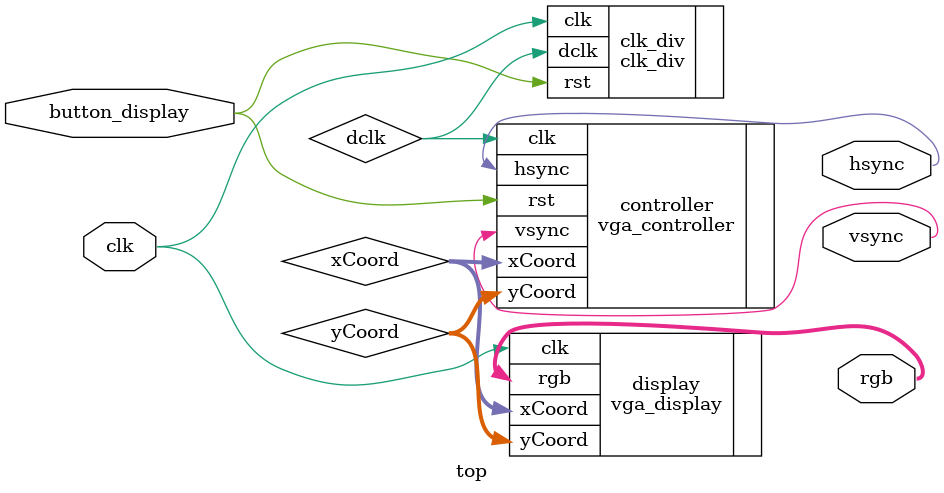
<source format=v>
module top(
    // Inputs
    input wire clk,
    // Buttons
    input wire button_display,
    // Outputs
    output [7:0] rgb,
    output wire hsync,
    output wire vsync
);

    // Wires for horizontal and vertical counters
    wire [9:0] xCoord;
    wire [9:0] yCoord;

    // Wires for clocks
    wire dclk;

    // Generate display clock and in-game clock
    clk_div clk_div(
        .clk(clk),
        .rst(button_display),
        .dclk(dclk)
    );

    // VGA controller
    vga_controller controller(
        .clk(dclk),
        .rst(button_display),
        .hsync(hsync),
        .vsync(vsync),
        .xCoord(xCoord),
        .yCoord(yCoord)
    );

    // VGA display
    vga_display display(
        .clk(clk),
        .xCoord(xCoord),
        .yCoord(yCoord),
        .rgb(rgb)
    );

endmodule

</source>
